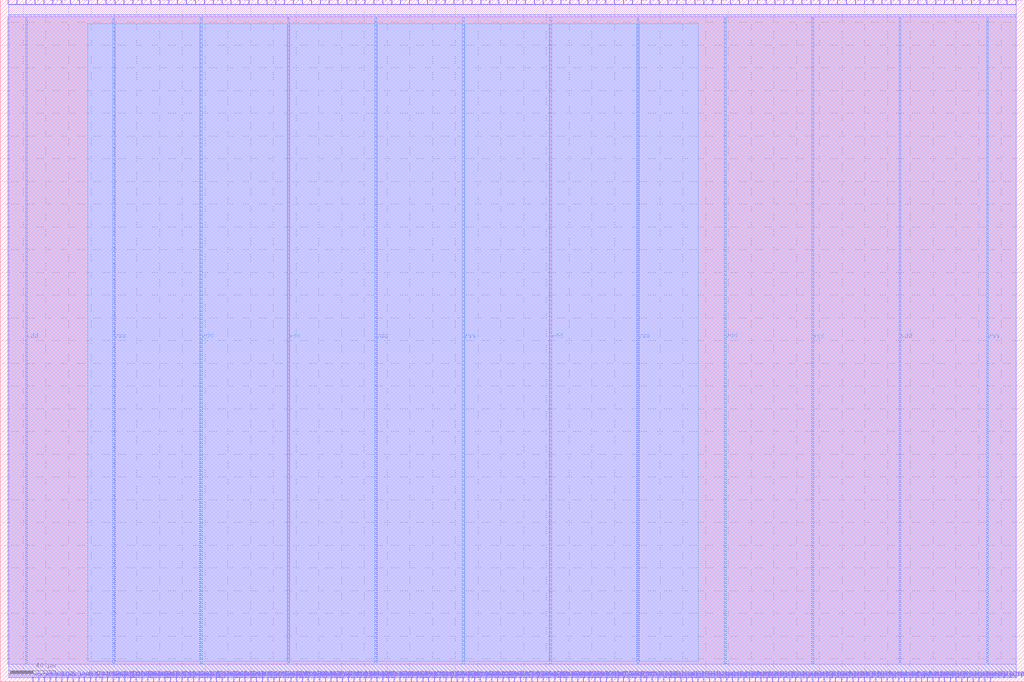
<source format=lef>
VERSION 5.7 ;
  NOWIREEXTENSIONATPIN ON ;
  DIVIDERCHAR "/" ;
  BUSBITCHARS "[]" ;
MACRO DSP48
  CLASS BLOCK ;
  FOREIGN DSP48 ;
  ORIGIN 0.000 0.000 ;
  SIZE 900.000 BY 600.000 ;
  PIN io_in[0]
    DIRECTION INPUT ;
    USE SIGNAL ;
    PORT
      LAYER Metal2 ;
        RECT 6.720 596.000 7.280 600.000 ;
    END
  END io_in[0]
  PIN io_in[10]
    DIRECTION INPUT ;
    USE SIGNAL ;
    PORT
      LAYER Metal2 ;
        RECT 241.920 596.000 242.480 600.000 ;
    END
  END io_in[10]
  PIN io_in[11]
    DIRECTION INPUT ;
    USE SIGNAL ;
    PORT
      LAYER Metal2 ;
        RECT 265.440 596.000 266.000 600.000 ;
    END
  END io_in[11]
  PIN io_in[12]
    DIRECTION INPUT ;
    USE SIGNAL ;
    PORT
      LAYER Metal2 ;
        RECT 288.960 596.000 289.520 600.000 ;
    END
  END io_in[12]
  PIN io_in[13]
    DIRECTION INPUT ;
    USE SIGNAL ;
    PORT
      LAYER Metal2 ;
        RECT 312.480 596.000 313.040 600.000 ;
    END
  END io_in[13]
  PIN io_in[14]
    DIRECTION INPUT ;
    USE SIGNAL ;
    PORT
      LAYER Metal2 ;
        RECT 336.000 596.000 336.560 600.000 ;
    END
  END io_in[14]
  PIN io_in[15]
    DIRECTION INPUT ;
    USE SIGNAL ;
    PORT
      LAYER Metal2 ;
        RECT 359.520 596.000 360.080 600.000 ;
    END
  END io_in[15]
  PIN io_in[16]
    DIRECTION INPUT ;
    USE SIGNAL ;
    PORT
      LAYER Metal2 ;
        RECT 383.040 596.000 383.600 600.000 ;
    END
  END io_in[16]
  PIN io_in[17]
    DIRECTION INPUT ;
    USE SIGNAL ;
    PORT
      LAYER Metal2 ;
        RECT 406.560 596.000 407.120 600.000 ;
    END
  END io_in[17]
  PIN io_in[18]
    DIRECTION INPUT ;
    USE SIGNAL ;
    PORT
      LAYER Metal2 ;
        RECT 430.080 596.000 430.640 600.000 ;
    END
  END io_in[18]
  PIN io_in[19]
    DIRECTION INPUT ;
    USE SIGNAL ;
    PORT
      LAYER Metal2 ;
        RECT 453.600 596.000 454.160 600.000 ;
    END
  END io_in[19]
  PIN io_in[1]
    DIRECTION INPUT ;
    USE SIGNAL ;
    PORT
      LAYER Metal2 ;
        RECT 30.240 596.000 30.800 600.000 ;
    END
  END io_in[1]
  PIN io_in[20]
    DIRECTION INPUT ;
    USE SIGNAL ;
    PORT
      LAYER Metal2 ;
        RECT 477.120 596.000 477.680 600.000 ;
    END
  END io_in[20]
  PIN io_in[21]
    DIRECTION INPUT ;
    USE SIGNAL ;
    PORT
      LAYER Metal2 ;
        RECT 500.640 596.000 501.200 600.000 ;
    END
  END io_in[21]
  PIN io_in[22]
    DIRECTION INPUT ;
    USE SIGNAL ;
    PORT
      LAYER Metal2 ;
        RECT 524.160 596.000 524.720 600.000 ;
    END
  END io_in[22]
  PIN io_in[23]
    DIRECTION INPUT ;
    USE SIGNAL ;
    PORT
      LAYER Metal2 ;
        RECT 547.680 596.000 548.240 600.000 ;
    END
  END io_in[23]
  PIN io_in[24]
    DIRECTION INPUT ;
    USE SIGNAL ;
    PORT
      LAYER Metal2 ;
        RECT 571.200 596.000 571.760 600.000 ;
    END
  END io_in[24]
  PIN io_in[25]
    DIRECTION INPUT ;
    USE SIGNAL ;
    PORT
      LAYER Metal2 ;
        RECT 594.720 596.000 595.280 600.000 ;
    END
  END io_in[25]
  PIN io_in[26]
    DIRECTION INPUT ;
    USE SIGNAL ;
    PORT
      LAYER Metal2 ;
        RECT 618.240 596.000 618.800 600.000 ;
    END
  END io_in[26]
  PIN io_in[27]
    DIRECTION INPUT ;
    USE SIGNAL ;
    PORT
      LAYER Metal2 ;
        RECT 641.760 596.000 642.320 600.000 ;
    END
  END io_in[27]
  PIN io_in[28]
    DIRECTION INPUT ;
    USE SIGNAL ;
    PORT
      LAYER Metal2 ;
        RECT 665.280 596.000 665.840 600.000 ;
    END
  END io_in[28]
  PIN io_in[29]
    DIRECTION INPUT ;
    USE SIGNAL ;
    PORT
      LAYER Metal2 ;
        RECT 688.800 596.000 689.360 600.000 ;
    END
  END io_in[29]
  PIN io_in[2]
    DIRECTION INPUT ;
    USE SIGNAL ;
    PORT
      LAYER Metal2 ;
        RECT 53.760 596.000 54.320 600.000 ;
    END
  END io_in[2]
  PIN io_in[30]
    DIRECTION INPUT ;
    USE SIGNAL ;
    PORT
      LAYER Metal2 ;
        RECT 712.320 596.000 712.880 600.000 ;
    END
  END io_in[30]
  PIN io_in[31]
    DIRECTION INPUT ;
    USE SIGNAL ;
    PORT
      LAYER Metal2 ;
        RECT 735.840 596.000 736.400 600.000 ;
    END
  END io_in[31]
  PIN io_in[32]
    DIRECTION INPUT ;
    USE SIGNAL ;
    PORT
      LAYER Metal2 ;
        RECT 759.360 596.000 759.920 600.000 ;
    END
  END io_in[32]
  PIN io_in[33]
    DIRECTION INPUT ;
    USE SIGNAL ;
    PORT
      LAYER Metal2 ;
        RECT 782.880 596.000 783.440 600.000 ;
    END
  END io_in[33]
  PIN io_in[34]
    DIRECTION INPUT ;
    USE SIGNAL ;
    PORT
      LAYER Metal2 ;
        RECT 806.400 596.000 806.960 600.000 ;
    END
  END io_in[34]
  PIN io_in[35]
    DIRECTION INPUT ;
    USE SIGNAL ;
    PORT
      LAYER Metal2 ;
        RECT 829.920 596.000 830.480 600.000 ;
    END
  END io_in[35]
  PIN io_in[36]
    DIRECTION INPUT ;
    USE SIGNAL ;
    PORT
      LAYER Metal2 ;
        RECT 853.440 596.000 854.000 600.000 ;
    END
  END io_in[36]
  PIN io_in[37]
    DIRECTION INPUT ;
    USE SIGNAL ;
    PORT
      LAYER Metal2 ;
        RECT 876.960 596.000 877.520 600.000 ;
    END
  END io_in[37]
  PIN io_in[3]
    DIRECTION INPUT ;
    USE SIGNAL ;
    PORT
      LAYER Metal2 ;
        RECT 77.280 596.000 77.840 600.000 ;
    END
  END io_in[3]
  PIN io_in[4]
    DIRECTION INPUT ;
    USE SIGNAL ;
    PORT
      LAYER Metal2 ;
        RECT 100.800 596.000 101.360 600.000 ;
    END
  END io_in[4]
  PIN io_in[5]
    DIRECTION INPUT ;
    USE SIGNAL ;
    PORT
      LAYER Metal2 ;
        RECT 124.320 596.000 124.880 600.000 ;
    END
  END io_in[5]
  PIN io_in[6]
    DIRECTION INPUT ;
    USE SIGNAL ;
    PORT
      LAYER Metal2 ;
        RECT 147.840 596.000 148.400 600.000 ;
    END
  END io_in[6]
  PIN io_in[7]
    DIRECTION INPUT ;
    USE SIGNAL ;
    PORT
      LAYER Metal2 ;
        RECT 171.360 596.000 171.920 600.000 ;
    END
  END io_in[7]
  PIN io_in[8]
    DIRECTION INPUT ;
    USE SIGNAL ;
    PORT
      LAYER Metal2 ;
        RECT 194.880 596.000 195.440 600.000 ;
    END
  END io_in[8]
  PIN io_in[9]
    DIRECTION INPUT ;
    USE SIGNAL ;
    PORT
      LAYER Metal2 ;
        RECT 218.400 596.000 218.960 600.000 ;
    END
  END io_in[9]
  PIN io_oeb[0]
    DIRECTION OUTPUT TRISTATE ;
    USE SIGNAL ;
    PORT
      LAYER Metal2 ;
        RECT 14.560 596.000 15.120 600.000 ;
    END
  END io_oeb[0]
  PIN io_oeb[10]
    DIRECTION OUTPUT TRISTATE ;
    USE SIGNAL ;
    PORT
      LAYER Metal2 ;
        RECT 249.760 596.000 250.320 600.000 ;
    END
  END io_oeb[10]
  PIN io_oeb[11]
    DIRECTION OUTPUT TRISTATE ;
    USE SIGNAL ;
    PORT
      LAYER Metal2 ;
        RECT 273.280 596.000 273.840 600.000 ;
    END
  END io_oeb[11]
  PIN io_oeb[12]
    DIRECTION OUTPUT TRISTATE ;
    USE SIGNAL ;
    PORT
      LAYER Metal2 ;
        RECT 296.800 596.000 297.360 600.000 ;
    END
  END io_oeb[12]
  PIN io_oeb[13]
    DIRECTION OUTPUT TRISTATE ;
    USE SIGNAL ;
    PORT
      LAYER Metal2 ;
        RECT 320.320 596.000 320.880 600.000 ;
    END
  END io_oeb[13]
  PIN io_oeb[14]
    DIRECTION OUTPUT TRISTATE ;
    USE SIGNAL ;
    PORT
      LAYER Metal2 ;
        RECT 343.840 596.000 344.400 600.000 ;
    END
  END io_oeb[14]
  PIN io_oeb[15]
    DIRECTION OUTPUT TRISTATE ;
    USE SIGNAL ;
    PORT
      LAYER Metal2 ;
        RECT 367.360 596.000 367.920 600.000 ;
    END
  END io_oeb[15]
  PIN io_oeb[16]
    DIRECTION OUTPUT TRISTATE ;
    USE SIGNAL ;
    PORT
      LAYER Metal2 ;
        RECT 390.880 596.000 391.440 600.000 ;
    END
  END io_oeb[16]
  PIN io_oeb[17]
    DIRECTION OUTPUT TRISTATE ;
    USE SIGNAL ;
    PORT
      LAYER Metal2 ;
        RECT 414.400 596.000 414.960 600.000 ;
    END
  END io_oeb[17]
  PIN io_oeb[18]
    DIRECTION OUTPUT TRISTATE ;
    USE SIGNAL ;
    PORT
      LAYER Metal2 ;
        RECT 437.920 596.000 438.480 600.000 ;
    END
  END io_oeb[18]
  PIN io_oeb[19]
    DIRECTION OUTPUT TRISTATE ;
    USE SIGNAL ;
    PORT
      LAYER Metal2 ;
        RECT 461.440 596.000 462.000 600.000 ;
    END
  END io_oeb[19]
  PIN io_oeb[1]
    DIRECTION OUTPUT TRISTATE ;
    USE SIGNAL ;
    PORT
      LAYER Metal2 ;
        RECT 38.080 596.000 38.640 600.000 ;
    END
  END io_oeb[1]
  PIN io_oeb[20]
    DIRECTION OUTPUT TRISTATE ;
    USE SIGNAL ;
    PORT
      LAYER Metal2 ;
        RECT 484.960 596.000 485.520 600.000 ;
    END
  END io_oeb[20]
  PIN io_oeb[21]
    DIRECTION OUTPUT TRISTATE ;
    USE SIGNAL ;
    PORT
      LAYER Metal2 ;
        RECT 508.480 596.000 509.040 600.000 ;
    END
  END io_oeb[21]
  PIN io_oeb[22]
    DIRECTION OUTPUT TRISTATE ;
    USE SIGNAL ;
    PORT
      LAYER Metal2 ;
        RECT 532.000 596.000 532.560 600.000 ;
    END
  END io_oeb[22]
  PIN io_oeb[23]
    DIRECTION OUTPUT TRISTATE ;
    USE SIGNAL ;
    PORT
      LAYER Metal2 ;
        RECT 555.520 596.000 556.080 600.000 ;
    END
  END io_oeb[23]
  PIN io_oeb[24]
    DIRECTION OUTPUT TRISTATE ;
    USE SIGNAL ;
    PORT
      LAYER Metal2 ;
        RECT 579.040 596.000 579.600 600.000 ;
    END
  END io_oeb[24]
  PIN io_oeb[25]
    DIRECTION OUTPUT TRISTATE ;
    USE SIGNAL ;
    PORT
      LAYER Metal2 ;
        RECT 602.560 596.000 603.120 600.000 ;
    END
  END io_oeb[25]
  PIN io_oeb[26]
    DIRECTION OUTPUT TRISTATE ;
    USE SIGNAL ;
    PORT
      LAYER Metal2 ;
        RECT 626.080 596.000 626.640 600.000 ;
    END
  END io_oeb[26]
  PIN io_oeb[27]
    DIRECTION OUTPUT TRISTATE ;
    USE SIGNAL ;
    PORT
      LAYER Metal2 ;
        RECT 649.600 596.000 650.160 600.000 ;
    END
  END io_oeb[27]
  PIN io_oeb[28]
    DIRECTION OUTPUT TRISTATE ;
    USE SIGNAL ;
    PORT
      LAYER Metal2 ;
        RECT 673.120 596.000 673.680 600.000 ;
    END
  END io_oeb[28]
  PIN io_oeb[29]
    DIRECTION OUTPUT TRISTATE ;
    USE SIGNAL ;
    PORT
      LAYER Metal2 ;
        RECT 696.640 596.000 697.200 600.000 ;
    END
  END io_oeb[29]
  PIN io_oeb[2]
    DIRECTION OUTPUT TRISTATE ;
    USE SIGNAL ;
    PORT
      LAYER Metal2 ;
        RECT 61.600 596.000 62.160 600.000 ;
    END
  END io_oeb[2]
  PIN io_oeb[30]
    DIRECTION OUTPUT TRISTATE ;
    USE SIGNAL ;
    PORT
      LAYER Metal2 ;
        RECT 720.160 596.000 720.720 600.000 ;
    END
  END io_oeb[30]
  PIN io_oeb[31]
    DIRECTION OUTPUT TRISTATE ;
    USE SIGNAL ;
    PORT
      LAYER Metal2 ;
        RECT 743.680 596.000 744.240 600.000 ;
    END
  END io_oeb[31]
  PIN io_oeb[32]
    DIRECTION OUTPUT TRISTATE ;
    USE SIGNAL ;
    PORT
      LAYER Metal2 ;
        RECT 767.200 596.000 767.760 600.000 ;
    END
  END io_oeb[32]
  PIN io_oeb[33]
    DIRECTION OUTPUT TRISTATE ;
    USE SIGNAL ;
    PORT
      LAYER Metal2 ;
        RECT 790.720 596.000 791.280 600.000 ;
    END
  END io_oeb[33]
  PIN io_oeb[34]
    DIRECTION OUTPUT TRISTATE ;
    USE SIGNAL ;
    PORT
      LAYER Metal2 ;
        RECT 814.240 596.000 814.800 600.000 ;
    END
  END io_oeb[34]
  PIN io_oeb[35]
    DIRECTION OUTPUT TRISTATE ;
    USE SIGNAL ;
    PORT
      LAYER Metal2 ;
        RECT 837.760 596.000 838.320 600.000 ;
    END
  END io_oeb[35]
  PIN io_oeb[36]
    DIRECTION OUTPUT TRISTATE ;
    USE SIGNAL ;
    PORT
      LAYER Metal2 ;
        RECT 861.280 596.000 861.840 600.000 ;
    END
  END io_oeb[36]
  PIN io_oeb[37]
    DIRECTION OUTPUT TRISTATE ;
    USE SIGNAL ;
    PORT
      LAYER Metal2 ;
        RECT 884.800 596.000 885.360 600.000 ;
    END
  END io_oeb[37]
  PIN io_oeb[3]
    DIRECTION OUTPUT TRISTATE ;
    USE SIGNAL ;
    PORT
      LAYER Metal2 ;
        RECT 85.120 596.000 85.680 600.000 ;
    END
  END io_oeb[3]
  PIN io_oeb[4]
    DIRECTION OUTPUT TRISTATE ;
    USE SIGNAL ;
    PORT
      LAYER Metal2 ;
        RECT 108.640 596.000 109.200 600.000 ;
    END
  END io_oeb[4]
  PIN io_oeb[5]
    DIRECTION OUTPUT TRISTATE ;
    USE SIGNAL ;
    PORT
      LAYER Metal2 ;
        RECT 132.160 596.000 132.720 600.000 ;
    END
  END io_oeb[5]
  PIN io_oeb[6]
    DIRECTION OUTPUT TRISTATE ;
    USE SIGNAL ;
    PORT
      LAYER Metal2 ;
        RECT 155.680 596.000 156.240 600.000 ;
    END
  END io_oeb[6]
  PIN io_oeb[7]
    DIRECTION OUTPUT TRISTATE ;
    USE SIGNAL ;
    PORT
      LAYER Metal2 ;
        RECT 179.200 596.000 179.760 600.000 ;
    END
  END io_oeb[7]
  PIN io_oeb[8]
    DIRECTION OUTPUT TRISTATE ;
    USE SIGNAL ;
    PORT
      LAYER Metal2 ;
        RECT 202.720 596.000 203.280 600.000 ;
    END
  END io_oeb[8]
  PIN io_oeb[9]
    DIRECTION OUTPUT TRISTATE ;
    USE SIGNAL ;
    PORT
      LAYER Metal2 ;
        RECT 226.240 596.000 226.800 600.000 ;
    END
  END io_oeb[9]
  PIN io_out[0]
    DIRECTION OUTPUT TRISTATE ;
    USE SIGNAL ;
    PORT
      LAYER Metal2 ;
        RECT 22.400 596.000 22.960 600.000 ;
    END
  END io_out[0]
  PIN io_out[10]
    DIRECTION OUTPUT TRISTATE ;
    USE SIGNAL ;
    PORT
      LAYER Metal2 ;
        RECT 257.600 596.000 258.160 600.000 ;
    END
  END io_out[10]
  PIN io_out[11]
    DIRECTION OUTPUT TRISTATE ;
    USE SIGNAL ;
    PORT
      LAYER Metal2 ;
        RECT 281.120 596.000 281.680 600.000 ;
    END
  END io_out[11]
  PIN io_out[12]
    DIRECTION OUTPUT TRISTATE ;
    USE SIGNAL ;
    PORT
      LAYER Metal2 ;
        RECT 304.640 596.000 305.200 600.000 ;
    END
  END io_out[12]
  PIN io_out[13]
    DIRECTION OUTPUT TRISTATE ;
    USE SIGNAL ;
    PORT
      LAYER Metal2 ;
        RECT 328.160 596.000 328.720 600.000 ;
    END
  END io_out[13]
  PIN io_out[14]
    DIRECTION OUTPUT TRISTATE ;
    USE SIGNAL ;
    PORT
      LAYER Metal2 ;
        RECT 351.680 596.000 352.240 600.000 ;
    END
  END io_out[14]
  PIN io_out[15]
    DIRECTION OUTPUT TRISTATE ;
    USE SIGNAL ;
    PORT
      LAYER Metal2 ;
        RECT 375.200 596.000 375.760 600.000 ;
    END
  END io_out[15]
  PIN io_out[16]
    DIRECTION OUTPUT TRISTATE ;
    USE SIGNAL ;
    PORT
      LAYER Metal2 ;
        RECT 398.720 596.000 399.280 600.000 ;
    END
  END io_out[16]
  PIN io_out[17]
    DIRECTION OUTPUT TRISTATE ;
    USE SIGNAL ;
    PORT
      LAYER Metal2 ;
        RECT 422.240 596.000 422.800 600.000 ;
    END
  END io_out[17]
  PIN io_out[18]
    DIRECTION OUTPUT TRISTATE ;
    USE SIGNAL ;
    PORT
      LAYER Metal2 ;
        RECT 445.760 596.000 446.320 600.000 ;
    END
  END io_out[18]
  PIN io_out[19]
    DIRECTION OUTPUT TRISTATE ;
    USE SIGNAL ;
    PORT
      LAYER Metal2 ;
        RECT 469.280 596.000 469.840 600.000 ;
    END
  END io_out[19]
  PIN io_out[1]
    DIRECTION OUTPUT TRISTATE ;
    USE SIGNAL ;
    PORT
      LAYER Metal2 ;
        RECT 45.920 596.000 46.480 600.000 ;
    END
  END io_out[1]
  PIN io_out[20]
    DIRECTION OUTPUT TRISTATE ;
    USE SIGNAL ;
    PORT
      LAYER Metal2 ;
        RECT 492.800 596.000 493.360 600.000 ;
    END
  END io_out[20]
  PIN io_out[21]
    DIRECTION OUTPUT TRISTATE ;
    USE SIGNAL ;
    PORT
      LAYER Metal2 ;
        RECT 516.320 596.000 516.880 600.000 ;
    END
  END io_out[21]
  PIN io_out[22]
    DIRECTION OUTPUT TRISTATE ;
    USE SIGNAL ;
    PORT
      LAYER Metal2 ;
        RECT 539.840 596.000 540.400 600.000 ;
    END
  END io_out[22]
  PIN io_out[23]
    DIRECTION OUTPUT TRISTATE ;
    USE SIGNAL ;
    PORT
      LAYER Metal2 ;
        RECT 563.360 596.000 563.920 600.000 ;
    END
  END io_out[23]
  PIN io_out[24]
    DIRECTION OUTPUT TRISTATE ;
    USE SIGNAL ;
    PORT
      LAYER Metal2 ;
        RECT 586.880 596.000 587.440 600.000 ;
    END
  END io_out[24]
  PIN io_out[25]
    DIRECTION OUTPUT TRISTATE ;
    USE SIGNAL ;
    PORT
      LAYER Metal2 ;
        RECT 610.400 596.000 610.960 600.000 ;
    END
  END io_out[25]
  PIN io_out[26]
    DIRECTION OUTPUT TRISTATE ;
    USE SIGNAL ;
    PORT
      LAYER Metal2 ;
        RECT 633.920 596.000 634.480 600.000 ;
    END
  END io_out[26]
  PIN io_out[27]
    DIRECTION OUTPUT TRISTATE ;
    USE SIGNAL ;
    PORT
      LAYER Metal2 ;
        RECT 657.440 596.000 658.000 600.000 ;
    END
  END io_out[27]
  PIN io_out[28]
    DIRECTION OUTPUT TRISTATE ;
    USE SIGNAL ;
    PORT
      LAYER Metal2 ;
        RECT 680.960 596.000 681.520 600.000 ;
    END
  END io_out[28]
  PIN io_out[29]
    DIRECTION OUTPUT TRISTATE ;
    USE SIGNAL ;
    PORT
      LAYER Metal2 ;
        RECT 704.480 596.000 705.040 600.000 ;
    END
  END io_out[29]
  PIN io_out[2]
    DIRECTION OUTPUT TRISTATE ;
    USE SIGNAL ;
    PORT
      LAYER Metal2 ;
        RECT 69.440 596.000 70.000 600.000 ;
    END
  END io_out[2]
  PIN io_out[30]
    DIRECTION OUTPUT TRISTATE ;
    USE SIGNAL ;
    PORT
      LAYER Metal2 ;
        RECT 728.000 596.000 728.560 600.000 ;
    END
  END io_out[30]
  PIN io_out[31]
    DIRECTION OUTPUT TRISTATE ;
    USE SIGNAL ;
    PORT
      LAYER Metal2 ;
        RECT 751.520 596.000 752.080 600.000 ;
    END
  END io_out[31]
  PIN io_out[32]
    DIRECTION OUTPUT TRISTATE ;
    USE SIGNAL ;
    PORT
      LAYER Metal2 ;
        RECT 775.040 596.000 775.600 600.000 ;
    END
  END io_out[32]
  PIN io_out[33]
    DIRECTION OUTPUT TRISTATE ;
    USE SIGNAL ;
    PORT
      LAYER Metal2 ;
        RECT 798.560 596.000 799.120 600.000 ;
    END
  END io_out[33]
  PIN io_out[34]
    DIRECTION OUTPUT TRISTATE ;
    USE SIGNAL ;
    PORT
      LAYER Metal2 ;
        RECT 822.080 596.000 822.640 600.000 ;
    END
  END io_out[34]
  PIN io_out[35]
    DIRECTION OUTPUT TRISTATE ;
    USE SIGNAL ;
    PORT
      LAYER Metal2 ;
        RECT 845.600 596.000 846.160 600.000 ;
    END
  END io_out[35]
  PIN io_out[36]
    DIRECTION OUTPUT TRISTATE ;
    USE SIGNAL ;
    PORT
      LAYER Metal2 ;
        RECT 869.120 596.000 869.680 600.000 ;
    END
  END io_out[36]
  PIN io_out[37]
    DIRECTION OUTPUT TRISTATE ;
    USE SIGNAL ;
    PORT
      LAYER Metal2 ;
        RECT 892.640 596.000 893.200 600.000 ;
    END
  END io_out[37]
  PIN io_out[3]
    DIRECTION OUTPUT TRISTATE ;
    USE SIGNAL ;
    PORT
      LAYER Metal2 ;
        RECT 92.960 596.000 93.520 600.000 ;
    END
  END io_out[3]
  PIN io_out[4]
    DIRECTION OUTPUT TRISTATE ;
    USE SIGNAL ;
    PORT
      LAYER Metal2 ;
        RECT 116.480 596.000 117.040 600.000 ;
    END
  END io_out[4]
  PIN io_out[5]
    DIRECTION OUTPUT TRISTATE ;
    USE SIGNAL ;
    PORT
      LAYER Metal2 ;
        RECT 140.000 596.000 140.560 600.000 ;
    END
  END io_out[5]
  PIN io_out[6]
    DIRECTION OUTPUT TRISTATE ;
    USE SIGNAL ;
    PORT
      LAYER Metal2 ;
        RECT 163.520 596.000 164.080 600.000 ;
    END
  END io_out[6]
  PIN io_out[7]
    DIRECTION OUTPUT TRISTATE ;
    USE SIGNAL ;
    PORT
      LAYER Metal2 ;
        RECT 187.040 596.000 187.600 600.000 ;
    END
  END io_out[7]
  PIN io_out[8]
    DIRECTION OUTPUT TRISTATE ;
    USE SIGNAL ;
    PORT
      LAYER Metal2 ;
        RECT 210.560 596.000 211.120 600.000 ;
    END
  END io_out[8]
  PIN io_out[9]
    DIRECTION OUTPUT TRISTATE ;
    USE SIGNAL ;
    PORT
      LAYER Metal2 ;
        RECT 234.080 596.000 234.640 600.000 ;
    END
  END io_out[9]
  PIN la_data_in[0]
    DIRECTION INPUT ;
    USE SIGNAL ;
    PORT
      LAYER Metal2 ;
        RECT 547.680 0.000 548.240 4.000 ;
    END
  END la_data_in[0]
  PIN la_data_in[10]
    DIRECTION INPUT ;
    USE SIGNAL ;
    PORT
      LAYER Metal2 ;
        RECT 598.080 0.000 598.640 4.000 ;
    END
  END la_data_in[10]
  PIN la_data_in[11]
    DIRECTION INPUT ;
    USE SIGNAL ;
    PORT
      LAYER Metal2 ;
        RECT 603.120 0.000 603.680 4.000 ;
    END
  END la_data_in[11]
  PIN la_data_in[12]
    DIRECTION INPUT ;
    USE SIGNAL ;
    PORT
      LAYER Metal2 ;
        RECT 608.160 0.000 608.720 4.000 ;
    END
  END la_data_in[12]
  PIN la_data_in[13]
    DIRECTION INPUT ;
    USE SIGNAL ;
    PORT
      LAYER Metal2 ;
        RECT 613.200 0.000 613.760 4.000 ;
    END
  END la_data_in[13]
  PIN la_data_in[14]
    DIRECTION INPUT ;
    USE SIGNAL ;
    PORT
      LAYER Metal2 ;
        RECT 618.240 0.000 618.800 4.000 ;
    END
  END la_data_in[14]
  PIN la_data_in[15]
    DIRECTION INPUT ;
    USE SIGNAL ;
    PORT
      LAYER Metal2 ;
        RECT 623.280 0.000 623.840 4.000 ;
    END
  END la_data_in[15]
  PIN la_data_in[16]
    DIRECTION INPUT ;
    USE SIGNAL ;
    PORT
      LAYER Metal2 ;
        RECT 628.320 0.000 628.880 4.000 ;
    END
  END la_data_in[16]
  PIN la_data_in[17]
    DIRECTION INPUT ;
    USE SIGNAL ;
    PORT
      LAYER Metal2 ;
        RECT 633.360 0.000 633.920 4.000 ;
    END
  END la_data_in[17]
  PIN la_data_in[18]
    DIRECTION INPUT ;
    USE SIGNAL ;
    PORT
      LAYER Metal2 ;
        RECT 638.400 0.000 638.960 4.000 ;
    END
  END la_data_in[18]
  PIN la_data_in[19]
    DIRECTION INPUT ;
    USE SIGNAL ;
    PORT
      LAYER Metal2 ;
        RECT 643.440 0.000 644.000 4.000 ;
    END
  END la_data_in[19]
  PIN la_data_in[1]
    DIRECTION INPUT ;
    USE SIGNAL ;
    PORT
      LAYER Metal2 ;
        RECT 552.720 0.000 553.280 4.000 ;
    END
  END la_data_in[1]
  PIN la_data_in[20]
    DIRECTION INPUT ;
    USE SIGNAL ;
    PORT
      LAYER Metal2 ;
        RECT 648.480 0.000 649.040 4.000 ;
    END
  END la_data_in[20]
  PIN la_data_in[21]
    DIRECTION INPUT ;
    USE SIGNAL ;
    PORT
      LAYER Metal2 ;
        RECT 653.520 0.000 654.080 4.000 ;
    END
  END la_data_in[21]
  PIN la_data_in[22]
    DIRECTION INPUT ;
    USE SIGNAL ;
    PORT
      LAYER Metal2 ;
        RECT 658.560 0.000 659.120 4.000 ;
    END
  END la_data_in[22]
  PIN la_data_in[23]
    DIRECTION INPUT ;
    USE SIGNAL ;
    PORT
      LAYER Metal2 ;
        RECT 663.600 0.000 664.160 4.000 ;
    END
  END la_data_in[23]
  PIN la_data_in[24]
    DIRECTION INPUT ;
    USE SIGNAL ;
    PORT
      LAYER Metal2 ;
        RECT 668.640 0.000 669.200 4.000 ;
    END
  END la_data_in[24]
  PIN la_data_in[25]
    DIRECTION INPUT ;
    USE SIGNAL ;
    PORT
      LAYER Metal2 ;
        RECT 673.680 0.000 674.240 4.000 ;
    END
  END la_data_in[25]
  PIN la_data_in[26]
    DIRECTION INPUT ;
    USE SIGNAL ;
    PORT
      LAYER Metal2 ;
        RECT 678.720 0.000 679.280 4.000 ;
    END
  END la_data_in[26]
  PIN la_data_in[27]
    DIRECTION INPUT ;
    USE SIGNAL ;
    PORT
      LAYER Metal2 ;
        RECT 683.760 0.000 684.320 4.000 ;
    END
  END la_data_in[27]
  PIN la_data_in[28]
    DIRECTION INPUT ;
    USE SIGNAL ;
    PORT
      LAYER Metal2 ;
        RECT 688.800 0.000 689.360 4.000 ;
    END
  END la_data_in[28]
  PIN la_data_in[29]
    DIRECTION INPUT ;
    USE SIGNAL ;
    PORT
      LAYER Metal2 ;
        RECT 693.840 0.000 694.400 4.000 ;
    END
  END la_data_in[29]
  PIN la_data_in[2]
    DIRECTION INPUT ;
    USE SIGNAL ;
    PORT
      LAYER Metal2 ;
        RECT 557.760 0.000 558.320 4.000 ;
    END
  END la_data_in[2]
  PIN la_data_in[30]
    DIRECTION INPUT ;
    USE SIGNAL ;
    PORT
      LAYER Metal2 ;
        RECT 698.880 0.000 699.440 4.000 ;
    END
  END la_data_in[30]
  PIN la_data_in[31]
    DIRECTION INPUT ;
    USE SIGNAL ;
    PORT
      LAYER Metal2 ;
        RECT 703.920 0.000 704.480 4.000 ;
    END
  END la_data_in[31]
  PIN la_data_in[32]
    DIRECTION INPUT ;
    USE SIGNAL ;
    PORT
      LAYER Metal2 ;
        RECT 708.960 0.000 709.520 4.000 ;
    END
  END la_data_in[32]
  PIN la_data_in[33]
    DIRECTION INPUT ;
    USE SIGNAL ;
    PORT
      LAYER Metal2 ;
        RECT 714.000 0.000 714.560 4.000 ;
    END
  END la_data_in[33]
  PIN la_data_in[34]
    DIRECTION INPUT ;
    USE SIGNAL ;
    PORT
      LAYER Metal2 ;
        RECT 719.040 0.000 719.600 4.000 ;
    END
  END la_data_in[34]
  PIN la_data_in[35]
    DIRECTION INPUT ;
    USE SIGNAL ;
    PORT
      LAYER Metal2 ;
        RECT 724.080 0.000 724.640 4.000 ;
    END
  END la_data_in[35]
  PIN la_data_in[36]
    DIRECTION INPUT ;
    USE SIGNAL ;
    PORT
      LAYER Metal2 ;
        RECT 729.120 0.000 729.680 4.000 ;
    END
  END la_data_in[36]
  PIN la_data_in[37]
    DIRECTION INPUT ;
    USE SIGNAL ;
    PORT
      LAYER Metal2 ;
        RECT 734.160 0.000 734.720 4.000 ;
    END
  END la_data_in[37]
  PIN la_data_in[38]
    DIRECTION INPUT ;
    USE SIGNAL ;
    PORT
      LAYER Metal2 ;
        RECT 739.200 0.000 739.760 4.000 ;
    END
  END la_data_in[38]
  PIN la_data_in[39]
    DIRECTION INPUT ;
    USE SIGNAL ;
    PORT
      LAYER Metal2 ;
        RECT 744.240 0.000 744.800 4.000 ;
    END
  END la_data_in[39]
  PIN la_data_in[3]
    DIRECTION INPUT ;
    USE SIGNAL ;
    PORT
      LAYER Metal2 ;
        RECT 562.800 0.000 563.360 4.000 ;
    END
  END la_data_in[3]
  PIN la_data_in[40]
    DIRECTION INPUT ;
    USE SIGNAL ;
    PORT
      LAYER Metal2 ;
        RECT 749.280 0.000 749.840 4.000 ;
    END
  END la_data_in[40]
  PIN la_data_in[41]
    DIRECTION INPUT ;
    USE SIGNAL ;
    PORT
      LAYER Metal2 ;
        RECT 754.320 0.000 754.880 4.000 ;
    END
  END la_data_in[41]
  PIN la_data_in[42]
    DIRECTION INPUT ;
    USE SIGNAL ;
    PORT
      LAYER Metal2 ;
        RECT 759.360 0.000 759.920 4.000 ;
    END
  END la_data_in[42]
  PIN la_data_in[43]
    DIRECTION INPUT ;
    USE SIGNAL ;
    PORT
      LAYER Metal2 ;
        RECT 764.400 0.000 764.960 4.000 ;
    END
  END la_data_in[43]
  PIN la_data_in[44]
    DIRECTION INPUT ;
    USE SIGNAL ;
    PORT
      LAYER Metal2 ;
        RECT 769.440 0.000 770.000 4.000 ;
    END
  END la_data_in[44]
  PIN la_data_in[45]
    DIRECTION INPUT ;
    USE SIGNAL ;
    PORT
      LAYER Metal2 ;
        RECT 774.480 0.000 775.040 4.000 ;
    END
  END la_data_in[45]
  PIN la_data_in[46]
    DIRECTION INPUT ;
    USE SIGNAL ;
    PORT
      LAYER Metal2 ;
        RECT 779.520 0.000 780.080 4.000 ;
    END
  END la_data_in[46]
  PIN la_data_in[47]
    DIRECTION INPUT ;
    USE SIGNAL ;
    PORT
      LAYER Metal2 ;
        RECT 784.560 0.000 785.120 4.000 ;
    END
  END la_data_in[47]
  PIN la_data_in[48]
    DIRECTION INPUT ;
    USE SIGNAL ;
    PORT
      LAYER Metal2 ;
        RECT 789.600 0.000 790.160 4.000 ;
    END
  END la_data_in[48]
  PIN la_data_in[49]
    DIRECTION INPUT ;
    USE SIGNAL ;
    PORT
      LAYER Metal2 ;
        RECT 794.640 0.000 795.200 4.000 ;
    END
  END la_data_in[49]
  PIN la_data_in[4]
    DIRECTION INPUT ;
    USE SIGNAL ;
    PORT
      LAYER Metal2 ;
        RECT 567.840 0.000 568.400 4.000 ;
    END
  END la_data_in[4]
  PIN la_data_in[50]
    DIRECTION INPUT ;
    USE SIGNAL ;
    PORT
      LAYER Metal2 ;
        RECT 799.680 0.000 800.240 4.000 ;
    END
  END la_data_in[50]
  PIN la_data_in[51]
    DIRECTION INPUT ;
    USE SIGNAL ;
    PORT
      LAYER Metal2 ;
        RECT 804.720 0.000 805.280 4.000 ;
    END
  END la_data_in[51]
  PIN la_data_in[52]
    DIRECTION INPUT ;
    USE SIGNAL ;
    PORT
      LAYER Metal2 ;
        RECT 809.760 0.000 810.320 4.000 ;
    END
  END la_data_in[52]
  PIN la_data_in[53]
    DIRECTION INPUT ;
    USE SIGNAL ;
    PORT
      LAYER Metal2 ;
        RECT 814.800 0.000 815.360 4.000 ;
    END
  END la_data_in[53]
  PIN la_data_in[54]
    DIRECTION INPUT ;
    USE SIGNAL ;
    PORT
      LAYER Metal2 ;
        RECT 819.840 0.000 820.400 4.000 ;
    END
  END la_data_in[54]
  PIN la_data_in[55]
    DIRECTION INPUT ;
    USE SIGNAL ;
    PORT
      LAYER Metal2 ;
        RECT 824.880 0.000 825.440 4.000 ;
    END
  END la_data_in[55]
  PIN la_data_in[56]
    DIRECTION INPUT ;
    USE SIGNAL ;
    PORT
      LAYER Metal2 ;
        RECT 829.920 0.000 830.480 4.000 ;
    END
  END la_data_in[56]
  PIN la_data_in[57]
    DIRECTION INPUT ;
    USE SIGNAL ;
    PORT
      LAYER Metal2 ;
        RECT 834.960 0.000 835.520 4.000 ;
    END
  END la_data_in[57]
  PIN la_data_in[58]
    DIRECTION INPUT ;
    USE SIGNAL ;
    PORT
      LAYER Metal2 ;
        RECT 840.000 0.000 840.560 4.000 ;
    END
  END la_data_in[58]
  PIN la_data_in[59]
    DIRECTION INPUT ;
    USE SIGNAL ;
    PORT
      LAYER Metal2 ;
        RECT 845.040 0.000 845.600 4.000 ;
    END
  END la_data_in[59]
  PIN la_data_in[5]
    DIRECTION INPUT ;
    USE SIGNAL ;
    PORT
      LAYER Metal2 ;
        RECT 572.880 0.000 573.440 4.000 ;
    END
  END la_data_in[5]
  PIN la_data_in[60]
    DIRECTION INPUT ;
    USE SIGNAL ;
    PORT
      LAYER Metal2 ;
        RECT 850.080 0.000 850.640 4.000 ;
    END
  END la_data_in[60]
  PIN la_data_in[61]
    DIRECTION INPUT ;
    USE SIGNAL ;
    PORT
      LAYER Metal2 ;
        RECT 855.120 0.000 855.680 4.000 ;
    END
  END la_data_in[61]
  PIN la_data_in[62]
    DIRECTION INPUT ;
    USE SIGNAL ;
    PORT
      LAYER Metal2 ;
        RECT 860.160 0.000 860.720 4.000 ;
    END
  END la_data_in[62]
  PIN la_data_in[63]
    DIRECTION INPUT ;
    USE SIGNAL ;
    PORT
      LAYER Metal2 ;
        RECT 865.200 0.000 865.760 4.000 ;
    END
  END la_data_in[63]
  PIN la_data_in[6]
    DIRECTION INPUT ;
    USE SIGNAL ;
    PORT
      LAYER Metal2 ;
        RECT 577.920 0.000 578.480 4.000 ;
    END
  END la_data_in[6]
  PIN la_data_in[7]
    DIRECTION INPUT ;
    USE SIGNAL ;
    PORT
      LAYER Metal2 ;
        RECT 582.960 0.000 583.520 4.000 ;
    END
  END la_data_in[7]
  PIN la_data_in[8]
    DIRECTION INPUT ;
    USE SIGNAL ;
    PORT
      LAYER Metal2 ;
        RECT 588.000 0.000 588.560 4.000 ;
    END
  END la_data_in[8]
  PIN la_data_in[9]
    DIRECTION INPUT ;
    USE SIGNAL ;
    PORT
      LAYER Metal2 ;
        RECT 593.040 0.000 593.600 4.000 ;
    END
  END la_data_in[9]
  PIN user_clock2
    DIRECTION INPUT ;
    USE SIGNAL ;
    PORT
      LAYER Metal2 ;
        RECT 870.240 0.000 870.800 4.000 ;
    END
  END user_clock2
  PIN vdd
    DIRECTION INOUT ;
    USE POWER ;
    PORT
      LAYER Metal4 ;
        RECT 22.240 15.380 23.840 584.380 ;
    END
    PORT
      LAYER Metal4 ;
        RECT 175.840 15.380 177.440 584.380 ;
    END
    PORT
      LAYER Metal4 ;
        RECT 329.440 15.380 331.040 584.380 ;
    END
    PORT
      LAYER Metal4 ;
        RECT 483.040 15.380 484.640 584.380 ;
    END
    PORT
      LAYER Metal4 ;
        RECT 636.640 15.380 638.240 584.380 ;
    END
    PORT
      LAYER Metal4 ;
        RECT 790.240 15.380 791.840 584.380 ;
    END
  END vdd
  PIN vss
    DIRECTION INOUT ;
    USE GROUND ;
    PORT
      LAYER Metal4 ;
        RECT 99.040 15.380 100.640 584.380 ;
    END
    PORT
      LAYER Metal4 ;
        RECT 252.640 15.380 254.240 584.380 ;
    END
    PORT
      LAYER Metal4 ;
        RECT 406.240 15.380 407.840 584.380 ;
    END
    PORT
      LAYER Metal4 ;
        RECT 559.840 15.380 561.440 584.380 ;
    END
    PORT
      LAYER Metal4 ;
        RECT 713.440 15.380 715.040 584.380 ;
    END
    PORT
      LAYER Metal4 ;
        RECT 867.040 15.380 868.640 584.380 ;
    END
  END vss
  PIN wb_ACK
    DIRECTION OUTPUT TRISTATE ;
    USE SIGNAL ;
    PORT
      LAYER Metal2 ;
        RECT 28.560 0.000 29.120 4.000 ;
    END
  END wb_ACK
  PIN wb_ADR[0]
    DIRECTION INPUT ;
    USE SIGNAL ;
    PORT
      LAYER Metal2 ;
        RECT 63.840 0.000 64.400 4.000 ;
    END
  END wb_ADR[0]
  PIN wb_ADR[10]
    DIRECTION INPUT ;
    USE SIGNAL ;
    PORT
      LAYER Metal2 ;
        RECT 215.040 0.000 215.600 4.000 ;
    END
  END wb_ADR[10]
  PIN wb_ADR[11]
    DIRECTION INPUT ;
    USE SIGNAL ;
    PORT
      LAYER Metal2 ;
        RECT 230.160 0.000 230.720 4.000 ;
    END
  END wb_ADR[11]
  PIN wb_ADR[12]
    DIRECTION INPUT ;
    USE SIGNAL ;
    PORT
      LAYER Metal2 ;
        RECT 245.280 0.000 245.840 4.000 ;
    END
  END wb_ADR[12]
  PIN wb_ADR[13]
    DIRECTION INPUT ;
    USE SIGNAL ;
    PORT
      LAYER Metal2 ;
        RECT 260.400 0.000 260.960 4.000 ;
    END
  END wb_ADR[13]
  PIN wb_ADR[14]
    DIRECTION INPUT ;
    USE SIGNAL ;
    PORT
      LAYER Metal2 ;
        RECT 275.520 0.000 276.080 4.000 ;
    END
  END wb_ADR[14]
  PIN wb_ADR[15]
    DIRECTION INPUT ;
    USE SIGNAL ;
    PORT
      LAYER Metal2 ;
        RECT 290.640 0.000 291.200 4.000 ;
    END
  END wb_ADR[15]
  PIN wb_ADR[16]
    DIRECTION INPUT ;
    USE SIGNAL ;
    PORT
      LAYER Metal2 ;
        RECT 305.760 0.000 306.320 4.000 ;
    END
  END wb_ADR[16]
  PIN wb_ADR[17]
    DIRECTION INPUT ;
    USE SIGNAL ;
    PORT
      LAYER Metal2 ;
        RECT 320.880 0.000 321.440 4.000 ;
    END
  END wb_ADR[17]
  PIN wb_ADR[18]
    DIRECTION INPUT ;
    USE SIGNAL ;
    PORT
      LAYER Metal2 ;
        RECT 336.000 0.000 336.560 4.000 ;
    END
  END wb_ADR[18]
  PIN wb_ADR[19]
    DIRECTION INPUT ;
    USE SIGNAL ;
    PORT
      LAYER Metal2 ;
        RECT 351.120 0.000 351.680 4.000 ;
    END
  END wb_ADR[19]
  PIN wb_ADR[1]
    DIRECTION INPUT ;
    USE SIGNAL ;
    PORT
      LAYER Metal2 ;
        RECT 78.960 0.000 79.520 4.000 ;
    END
  END wb_ADR[1]
  PIN wb_ADR[20]
    DIRECTION INPUT ;
    USE SIGNAL ;
    PORT
      LAYER Metal2 ;
        RECT 366.240 0.000 366.800 4.000 ;
    END
  END wb_ADR[20]
  PIN wb_ADR[21]
    DIRECTION INPUT ;
    USE SIGNAL ;
    PORT
      LAYER Metal2 ;
        RECT 381.360 0.000 381.920 4.000 ;
    END
  END wb_ADR[21]
  PIN wb_ADR[22]
    DIRECTION INPUT ;
    USE SIGNAL ;
    PORT
      LAYER Metal2 ;
        RECT 396.480 0.000 397.040 4.000 ;
    END
  END wb_ADR[22]
  PIN wb_ADR[23]
    DIRECTION INPUT ;
    USE SIGNAL ;
    PORT
      LAYER Metal2 ;
        RECT 411.600 0.000 412.160 4.000 ;
    END
  END wb_ADR[23]
  PIN wb_ADR[24]
    DIRECTION INPUT ;
    USE SIGNAL ;
    PORT
      LAYER Metal2 ;
        RECT 426.720 0.000 427.280 4.000 ;
    END
  END wb_ADR[24]
  PIN wb_ADR[25]
    DIRECTION INPUT ;
    USE SIGNAL ;
    PORT
      LAYER Metal2 ;
        RECT 441.840 0.000 442.400 4.000 ;
    END
  END wb_ADR[25]
  PIN wb_ADR[26]
    DIRECTION INPUT ;
    USE SIGNAL ;
    PORT
      LAYER Metal2 ;
        RECT 456.960 0.000 457.520 4.000 ;
    END
  END wb_ADR[26]
  PIN wb_ADR[27]
    DIRECTION INPUT ;
    USE SIGNAL ;
    PORT
      LAYER Metal2 ;
        RECT 472.080 0.000 472.640 4.000 ;
    END
  END wb_ADR[27]
  PIN wb_ADR[28]
    DIRECTION INPUT ;
    USE SIGNAL ;
    PORT
      LAYER Metal2 ;
        RECT 487.200 0.000 487.760 4.000 ;
    END
  END wb_ADR[28]
  PIN wb_ADR[29]
    DIRECTION INPUT ;
    USE SIGNAL ;
    PORT
      LAYER Metal2 ;
        RECT 502.320 0.000 502.880 4.000 ;
    END
  END wb_ADR[29]
  PIN wb_ADR[2]
    DIRECTION INPUT ;
    USE SIGNAL ;
    PORT
      LAYER Metal2 ;
        RECT 94.080 0.000 94.640 4.000 ;
    END
  END wb_ADR[2]
  PIN wb_ADR[30]
    DIRECTION INPUT ;
    USE SIGNAL ;
    PORT
      LAYER Metal2 ;
        RECT 517.440 0.000 518.000 4.000 ;
    END
  END wb_ADR[30]
  PIN wb_ADR[31]
    DIRECTION INPUT ;
    USE SIGNAL ;
    PORT
      LAYER Metal2 ;
        RECT 532.560 0.000 533.120 4.000 ;
    END
  END wb_ADR[31]
  PIN wb_ADR[3]
    DIRECTION INPUT ;
    USE SIGNAL ;
    PORT
      LAYER Metal2 ;
        RECT 109.200 0.000 109.760 4.000 ;
    END
  END wb_ADR[3]
  PIN wb_ADR[4]
    DIRECTION INPUT ;
    USE SIGNAL ;
    PORT
      LAYER Metal2 ;
        RECT 124.320 0.000 124.880 4.000 ;
    END
  END wb_ADR[4]
  PIN wb_ADR[5]
    DIRECTION INPUT ;
    USE SIGNAL ;
    PORT
      LAYER Metal2 ;
        RECT 139.440 0.000 140.000 4.000 ;
    END
  END wb_ADR[5]
  PIN wb_ADR[6]
    DIRECTION INPUT ;
    USE SIGNAL ;
    PORT
      LAYER Metal2 ;
        RECT 154.560 0.000 155.120 4.000 ;
    END
  END wb_ADR[6]
  PIN wb_ADR[7]
    DIRECTION INPUT ;
    USE SIGNAL ;
    PORT
      LAYER Metal2 ;
        RECT 169.680 0.000 170.240 4.000 ;
    END
  END wb_ADR[7]
  PIN wb_ADR[8]
    DIRECTION INPUT ;
    USE SIGNAL ;
    PORT
      LAYER Metal2 ;
        RECT 184.800 0.000 185.360 4.000 ;
    END
  END wb_ADR[8]
  PIN wb_ADR[9]
    DIRECTION INPUT ;
    USE SIGNAL ;
    PORT
      LAYER Metal2 ;
        RECT 199.920 0.000 200.480 4.000 ;
    END
  END wb_ADR[9]
  PIN wb_CYC
    DIRECTION INPUT ;
    USE SIGNAL ;
    PORT
      LAYER Metal2 ;
        RECT 33.600 0.000 34.160 4.000 ;
    END
  END wb_CYC
  PIN wb_DAT_MISO[0]
    DIRECTION OUTPUT TRISTATE ;
    USE SIGNAL ;
    PORT
      LAYER Metal2 ;
        RECT 68.880 0.000 69.440 4.000 ;
    END
  END wb_DAT_MISO[0]
  PIN wb_DAT_MISO[10]
    DIRECTION OUTPUT TRISTATE ;
    USE SIGNAL ;
    PORT
      LAYER Metal2 ;
        RECT 220.080 0.000 220.640 4.000 ;
    END
  END wb_DAT_MISO[10]
  PIN wb_DAT_MISO[11]
    DIRECTION OUTPUT TRISTATE ;
    USE SIGNAL ;
    PORT
      LAYER Metal2 ;
        RECT 235.200 0.000 235.760 4.000 ;
    END
  END wb_DAT_MISO[11]
  PIN wb_DAT_MISO[12]
    DIRECTION OUTPUT TRISTATE ;
    USE SIGNAL ;
    PORT
      LAYER Metal2 ;
        RECT 250.320 0.000 250.880 4.000 ;
    END
  END wb_DAT_MISO[12]
  PIN wb_DAT_MISO[13]
    DIRECTION OUTPUT TRISTATE ;
    USE SIGNAL ;
    PORT
      LAYER Metal2 ;
        RECT 265.440 0.000 266.000 4.000 ;
    END
  END wb_DAT_MISO[13]
  PIN wb_DAT_MISO[14]
    DIRECTION OUTPUT TRISTATE ;
    USE SIGNAL ;
    PORT
      LAYER Metal2 ;
        RECT 280.560 0.000 281.120 4.000 ;
    END
  END wb_DAT_MISO[14]
  PIN wb_DAT_MISO[15]
    DIRECTION OUTPUT TRISTATE ;
    USE SIGNAL ;
    PORT
      LAYER Metal2 ;
        RECT 295.680 0.000 296.240 4.000 ;
    END
  END wb_DAT_MISO[15]
  PIN wb_DAT_MISO[16]
    DIRECTION OUTPUT TRISTATE ;
    USE SIGNAL ;
    PORT
      LAYER Metal2 ;
        RECT 310.800 0.000 311.360 4.000 ;
    END
  END wb_DAT_MISO[16]
  PIN wb_DAT_MISO[17]
    DIRECTION OUTPUT TRISTATE ;
    USE SIGNAL ;
    PORT
      LAYER Metal2 ;
        RECT 325.920 0.000 326.480 4.000 ;
    END
  END wb_DAT_MISO[17]
  PIN wb_DAT_MISO[18]
    DIRECTION OUTPUT TRISTATE ;
    USE SIGNAL ;
    PORT
      LAYER Metal2 ;
        RECT 341.040 0.000 341.600 4.000 ;
    END
  END wb_DAT_MISO[18]
  PIN wb_DAT_MISO[19]
    DIRECTION OUTPUT TRISTATE ;
    USE SIGNAL ;
    PORT
      LAYER Metal2 ;
        RECT 356.160 0.000 356.720 4.000 ;
    END
  END wb_DAT_MISO[19]
  PIN wb_DAT_MISO[1]
    DIRECTION OUTPUT TRISTATE ;
    USE SIGNAL ;
    PORT
      LAYER Metal2 ;
        RECT 84.000 0.000 84.560 4.000 ;
    END
  END wb_DAT_MISO[1]
  PIN wb_DAT_MISO[20]
    DIRECTION OUTPUT TRISTATE ;
    USE SIGNAL ;
    PORT
      LAYER Metal2 ;
        RECT 371.280 0.000 371.840 4.000 ;
    END
  END wb_DAT_MISO[20]
  PIN wb_DAT_MISO[21]
    DIRECTION OUTPUT TRISTATE ;
    USE SIGNAL ;
    PORT
      LAYER Metal2 ;
        RECT 386.400 0.000 386.960 4.000 ;
    END
  END wb_DAT_MISO[21]
  PIN wb_DAT_MISO[22]
    DIRECTION OUTPUT TRISTATE ;
    USE SIGNAL ;
    PORT
      LAYER Metal2 ;
        RECT 401.520 0.000 402.080 4.000 ;
    END
  END wb_DAT_MISO[22]
  PIN wb_DAT_MISO[23]
    DIRECTION OUTPUT TRISTATE ;
    USE SIGNAL ;
    PORT
      LAYER Metal2 ;
        RECT 416.640 0.000 417.200 4.000 ;
    END
  END wb_DAT_MISO[23]
  PIN wb_DAT_MISO[24]
    DIRECTION OUTPUT TRISTATE ;
    USE SIGNAL ;
    PORT
      LAYER Metal2 ;
        RECT 431.760 0.000 432.320 4.000 ;
    END
  END wb_DAT_MISO[24]
  PIN wb_DAT_MISO[25]
    DIRECTION OUTPUT TRISTATE ;
    USE SIGNAL ;
    PORT
      LAYER Metal2 ;
        RECT 446.880 0.000 447.440 4.000 ;
    END
  END wb_DAT_MISO[25]
  PIN wb_DAT_MISO[26]
    DIRECTION OUTPUT TRISTATE ;
    USE SIGNAL ;
    PORT
      LAYER Metal2 ;
        RECT 462.000 0.000 462.560 4.000 ;
    END
  END wb_DAT_MISO[26]
  PIN wb_DAT_MISO[27]
    DIRECTION OUTPUT TRISTATE ;
    USE SIGNAL ;
    PORT
      LAYER Metal2 ;
        RECT 477.120 0.000 477.680 4.000 ;
    END
  END wb_DAT_MISO[27]
  PIN wb_DAT_MISO[28]
    DIRECTION OUTPUT TRISTATE ;
    USE SIGNAL ;
    PORT
      LAYER Metal2 ;
        RECT 492.240 0.000 492.800 4.000 ;
    END
  END wb_DAT_MISO[28]
  PIN wb_DAT_MISO[29]
    DIRECTION OUTPUT TRISTATE ;
    USE SIGNAL ;
    PORT
      LAYER Metal2 ;
        RECT 507.360 0.000 507.920 4.000 ;
    END
  END wb_DAT_MISO[29]
  PIN wb_DAT_MISO[2]
    DIRECTION OUTPUT TRISTATE ;
    USE SIGNAL ;
    PORT
      LAYER Metal2 ;
        RECT 99.120 0.000 99.680 4.000 ;
    END
  END wb_DAT_MISO[2]
  PIN wb_DAT_MISO[30]
    DIRECTION OUTPUT TRISTATE ;
    USE SIGNAL ;
    PORT
      LAYER Metal2 ;
        RECT 522.480 0.000 523.040 4.000 ;
    END
  END wb_DAT_MISO[30]
  PIN wb_DAT_MISO[31]
    DIRECTION OUTPUT TRISTATE ;
    USE SIGNAL ;
    PORT
      LAYER Metal2 ;
        RECT 537.600 0.000 538.160 4.000 ;
    END
  END wb_DAT_MISO[31]
  PIN wb_DAT_MISO[3]
    DIRECTION OUTPUT TRISTATE ;
    USE SIGNAL ;
    PORT
      LAYER Metal2 ;
        RECT 114.240 0.000 114.800 4.000 ;
    END
  END wb_DAT_MISO[3]
  PIN wb_DAT_MISO[4]
    DIRECTION OUTPUT TRISTATE ;
    USE SIGNAL ;
    PORT
      LAYER Metal2 ;
        RECT 129.360 0.000 129.920 4.000 ;
    END
  END wb_DAT_MISO[4]
  PIN wb_DAT_MISO[5]
    DIRECTION OUTPUT TRISTATE ;
    USE SIGNAL ;
    PORT
      LAYER Metal2 ;
        RECT 144.480 0.000 145.040 4.000 ;
    END
  END wb_DAT_MISO[5]
  PIN wb_DAT_MISO[6]
    DIRECTION OUTPUT TRISTATE ;
    USE SIGNAL ;
    PORT
      LAYER Metal2 ;
        RECT 159.600 0.000 160.160 4.000 ;
    END
  END wb_DAT_MISO[6]
  PIN wb_DAT_MISO[7]
    DIRECTION OUTPUT TRISTATE ;
    USE SIGNAL ;
    PORT
      LAYER Metal2 ;
        RECT 174.720 0.000 175.280 4.000 ;
    END
  END wb_DAT_MISO[7]
  PIN wb_DAT_MISO[8]
    DIRECTION OUTPUT TRISTATE ;
    USE SIGNAL ;
    PORT
      LAYER Metal2 ;
        RECT 189.840 0.000 190.400 4.000 ;
    END
  END wb_DAT_MISO[8]
  PIN wb_DAT_MISO[9]
    DIRECTION OUTPUT TRISTATE ;
    USE SIGNAL ;
    PORT
      LAYER Metal2 ;
        RECT 204.960 0.000 205.520 4.000 ;
    END
  END wb_DAT_MISO[9]
  PIN wb_DAT_MOSI[0]
    DIRECTION INPUT ;
    USE SIGNAL ;
    PORT
      LAYER Metal2 ;
        RECT 73.920 0.000 74.480 4.000 ;
    END
  END wb_DAT_MOSI[0]
  PIN wb_DAT_MOSI[10]
    DIRECTION INPUT ;
    USE SIGNAL ;
    PORT
      LAYER Metal2 ;
        RECT 225.120 0.000 225.680 4.000 ;
    END
  END wb_DAT_MOSI[10]
  PIN wb_DAT_MOSI[11]
    DIRECTION INPUT ;
    USE SIGNAL ;
    PORT
      LAYER Metal2 ;
        RECT 240.240 0.000 240.800 4.000 ;
    END
  END wb_DAT_MOSI[11]
  PIN wb_DAT_MOSI[12]
    DIRECTION INPUT ;
    USE SIGNAL ;
    PORT
      LAYER Metal2 ;
        RECT 255.360 0.000 255.920 4.000 ;
    END
  END wb_DAT_MOSI[12]
  PIN wb_DAT_MOSI[13]
    DIRECTION INPUT ;
    USE SIGNAL ;
    PORT
      LAYER Metal2 ;
        RECT 270.480 0.000 271.040 4.000 ;
    END
  END wb_DAT_MOSI[13]
  PIN wb_DAT_MOSI[14]
    DIRECTION INPUT ;
    USE SIGNAL ;
    PORT
      LAYER Metal2 ;
        RECT 285.600 0.000 286.160 4.000 ;
    END
  END wb_DAT_MOSI[14]
  PIN wb_DAT_MOSI[15]
    DIRECTION INPUT ;
    USE SIGNAL ;
    PORT
      LAYER Metal2 ;
        RECT 300.720 0.000 301.280 4.000 ;
    END
  END wb_DAT_MOSI[15]
  PIN wb_DAT_MOSI[16]
    DIRECTION INPUT ;
    USE SIGNAL ;
    PORT
      LAYER Metal2 ;
        RECT 315.840 0.000 316.400 4.000 ;
    END
  END wb_DAT_MOSI[16]
  PIN wb_DAT_MOSI[17]
    DIRECTION INPUT ;
    USE SIGNAL ;
    PORT
      LAYER Metal2 ;
        RECT 330.960 0.000 331.520 4.000 ;
    END
  END wb_DAT_MOSI[17]
  PIN wb_DAT_MOSI[18]
    DIRECTION INPUT ;
    USE SIGNAL ;
    PORT
      LAYER Metal2 ;
        RECT 346.080 0.000 346.640 4.000 ;
    END
  END wb_DAT_MOSI[18]
  PIN wb_DAT_MOSI[19]
    DIRECTION INPUT ;
    USE SIGNAL ;
    PORT
      LAYER Metal2 ;
        RECT 361.200 0.000 361.760 4.000 ;
    END
  END wb_DAT_MOSI[19]
  PIN wb_DAT_MOSI[1]
    DIRECTION INPUT ;
    USE SIGNAL ;
    PORT
      LAYER Metal2 ;
        RECT 89.040 0.000 89.600 4.000 ;
    END
  END wb_DAT_MOSI[1]
  PIN wb_DAT_MOSI[20]
    DIRECTION INPUT ;
    USE SIGNAL ;
    PORT
      LAYER Metal2 ;
        RECT 376.320 0.000 376.880 4.000 ;
    END
  END wb_DAT_MOSI[20]
  PIN wb_DAT_MOSI[21]
    DIRECTION INPUT ;
    USE SIGNAL ;
    PORT
      LAYER Metal2 ;
        RECT 391.440 0.000 392.000 4.000 ;
    END
  END wb_DAT_MOSI[21]
  PIN wb_DAT_MOSI[22]
    DIRECTION INPUT ;
    USE SIGNAL ;
    PORT
      LAYER Metal2 ;
        RECT 406.560 0.000 407.120 4.000 ;
    END
  END wb_DAT_MOSI[22]
  PIN wb_DAT_MOSI[23]
    DIRECTION INPUT ;
    USE SIGNAL ;
    PORT
      LAYER Metal2 ;
        RECT 421.680 0.000 422.240 4.000 ;
    END
  END wb_DAT_MOSI[23]
  PIN wb_DAT_MOSI[24]
    DIRECTION INPUT ;
    USE SIGNAL ;
    PORT
      LAYER Metal2 ;
        RECT 436.800 0.000 437.360 4.000 ;
    END
  END wb_DAT_MOSI[24]
  PIN wb_DAT_MOSI[25]
    DIRECTION INPUT ;
    USE SIGNAL ;
    PORT
      LAYER Metal2 ;
        RECT 451.920 0.000 452.480 4.000 ;
    END
  END wb_DAT_MOSI[25]
  PIN wb_DAT_MOSI[26]
    DIRECTION INPUT ;
    USE SIGNAL ;
    PORT
      LAYER Metal2 ;
        RECT 467.040 0.000 467.600 4.000 ;
    END
  END wb_DAT_MOSI[26]
  PIN wb_DAT_MOSI[27]
    DIRECTION INPUT ;
    USE SIGNAL ;
    PORT
      LAYER Metal2 ;
        RECT 482.160 0.000 482.720 4.000 ;
    END
  END wb_DAT_MOSI[27]
  PIN wb_DAT_MOSI[28]
    DIRECTION INPUT ;
    USE SIGNAL ;
    PORT
      LAYER Metal2 ;
        RECT 497.280 0.000 497.840 4.000 ;
    END
  END wb_DAT_MOSI[28]
  PIN wb_DAT_MOSI[29]
    DIRECTION INPUT ;
    USE SIGNAL ;
    PORT
      LAYER Metal2 ;
        RECT 512.400 0.000 512.960 4.000 ;
    END
  END wb_DAT_MOSI[29]
  PIN wb_DAT_MOSI[2]
    DIRECTION INPUT ;
    USE SIGNAL ;
    PORT
      LAYER Metal2 ;
        RECT 104.160 0.000 104.720 4.000 ;
    END
  END wb_DAT_MOSI[2]
  PIN wb_DAT_MOSI[30]
    DIRECTION INPUT ;
    USE SIGNAL ;
    PORT
      LAYER Metal2 ;
        RECT 527.520 0.000 528.080 4.000 ;
    END
  END wb_DAT_MOSI[30]
  PIN wb_DAT_MOSI[31]
    DIRECTION INPUT ;
    USE SIGNAL ;
    PORT
      LAYER Metal2 ;
        RECT 542.640 0.000 543.200 4.000 ;
    END
  END wb_DAT_MOSI[31]
  PIN wb_DAT_MOSI[3]
    DIRECTION INPUT ;
    USE SIGNAL ;
    PORT
      LAYER Metal2 ;
        RECT 119.280 0.000 119.840 4.000 ;
    END
  END wb_DAT_MOSI[3]
  PIN wb_DAT_MOSI[4]
    DIRECTION INPUT ;
    USE SIGNAL ;
    PORT
      LAYER Metal2 ;
        RECT 134.400 0.000 134.960 4.000 ;
    END
  END wb_DAT_MOSI[4]
  PIN wb_DAT_MOSI[5]
    DIRECTION INPUT ;
    USE SIGNAL ;
    PORT
      LAYER Metal2 ;
        RECT 149.520 0.000 150.080 4.000 ;
    END
  END wb_DAT_MOSI[5]
  PIN wb_DAT_MOSI[6]
    DIRECTION INPUT ;
    USE SIGNAL ;
    PORT
      LAYER Metal2 ;
        RECT 164.640 0.000 165.200 4.000 ;
    END
  END wb_DAT_MOSI[6]
  PIN wb_DAT_MOSI[7]
    DIRECTION INPUT ;
    USE SIGNAL ;
    PORT
      LAYER Metal2 ;
        RECT 179.760 0.000 180.320 4.000 ;
    END
  END wb_DAT_MOSI[7]
  PIN wb_DAT_MOSI[8]
    DIRECTION INPUT ;
    USE SIGNAL ;
    PORT
      LAYER Metal2 ;
        RECT 194.880 0.000 195.440 4.000 ;
    END
  END wb_DAT_MOSI[8]
  PIN wb_DAT_MOSI[9]
    DIRECTION INPUT ;
    USE SIGNAL ;
    PORT
      LAYER Metal2 ;
        RECT 210.000 0.000 210.560 4.000 ;
    END
  END wb_DAT_MOSI[9]
  PIN wb_SEL
    DIRECTION INPUT ;
    USE SIGNAL ;
    PORT
      LAYER Metal2 ;
        RECT 38.640 0.000 39.200 4.000 ;
    END
  END wb_SEL
  PIN wb_STB
    DIRECTION INPUT ;
    USE SIGNAL ;
    PORT
      LAYER Metal2 ;
        RECT 43.680 0.000 44.240 4.000 ;
    END
  END wb_STB
  PIN wb_WE
    DIRECTION INPUT ;
    USE SIGNAL ;
    PORT
      LAYER Metal2 ;
        RECT 48.720 0.000 49.280 4.000 ;
    END
  END wb_WE
  PIN wb_clk_i
    DIRECTION INPUT ;
    USE SIGNAL ;
    PORT
      LAYER Metal2 ;
        RECT 53.760 0.000 54.320 4.000 ;
    END
  END wb_clk_i
  PIN wb_rst_i
    DIRECTION INPUT ;
    USE SIGNAL ;
    PORT
      LAYER Metal2 ;
        RECT 58.800 0.000 59.360 4.000 ;
    END
  END wb_rst_i
  OBS
      LAYER Metal1 ;
        RECT 6.720 15.380 893.200 585.050 ;
      LAYER Metal2 ;
        RECT 7.580 595.700 14.260 596.000 ;
        RECT 15.420 595.700 22.100 596.000 ;
        RECT 23.260 595.700 29.940 596.000 ;
        RECT 31.100 595.700 37.780 596.000 ;
        RECT 38.940 595.700 45.620 596.000 ;
        RECT 46.780 595.700 53.460 596.000 ;
        RECT 54.620 595.700 61.300 596.000 ;
        RECT 62.460 595.700 69.140 596.000 ;
        RECT 70.300 595.700 76.980 596.000 ;
        RECT 78.140 595.700 84.820 596.000 ;
        RECT 85.980 595.700 92.660 596.000 ;
        RECT 93.820 595.700 100.500 596.000 ;
        RECT 101.660 595.700 108.340 596.000 ;
        RECT 109.500 595.700 116.180 596.000 ;
        RECT 117.340 595.700 124.020 596.000 ;
        RECT 125.180 595.700 131.860 596.000 ;
        RECT 133.020 595.700 139.700 596.000 ;
        RECT 140.860 595.700 147.540 596.000 ;
        RECT 148.700 595.700 155.380 596.000 ;
        RECT 156.540 595.700 163.220 596.000 ;
        RECT 164.380 595.700 171.060 596.000 ;
        RECT 172.220 595.700 178.900 596.000 ;
        RECT 180.060 595.700 186.740 596.000 ;
        RECT 187.900 595.700 194.580 596.000 ;
        RECT 195.740 595.700 202.420 596.000 ;
        RECT 203.580 595.700 210.260 596.000 ;
        RECT 211.420 595.700 218.100 596.000 ;
        RECT 219.260 595.700 225.940 596.000 ;
        RECT 227.100 595.700 233.780 596.000 ;
        RECT 234.940 595.700 241.620 596.000 ;
        RECT 242.780 595.700 249.460 596.000 ;
        RECT 250.620 595.700 257.300 596.000 ;
        RECT 258.460 595.700 265.140 596.000 ;
        RECT 266.300 595.700 272.980 596.000 ;
        RECT 274.140 595.700 280.820 596.000 ;
        RECT 281.980 595.700 288.660 596.000 ;
        RECT 289.820 595.700 296.500 596.000 ;
        RECT 297.660 595.700 304.340 596.000 ;
        RECT 305.500 595.700 312.180 596.000 ;
        RECT 313.340 595.700 320.020 596.000 ;
        RECT 321.180 595.700 327.860 596.000 ;
        RECT 329.020 595.700 335.700 596.000 ;
        RECT 336.860 595.700 343.540 596.000 ;
        RECT 344.700 595.700 351.380 596.000 ;
        RECT 352.540 595.700 359.220 596.000 ;
        RECT 360.380 595.700 367.060 596.000 ;
        RECT 368.220 595.700 374.900 596.000 ;
        RECT 376.060 595.700 382.740 596.000 ;
        RECT 383.900 595.700 390.580 596.000 ;
        RECT 391.740 595.700 398.420 596.000 ;
        RECT 399.580 595.700 406.260 596.000 ;
        RECT 407.420 595.700 414.100 596.000 ;
        RECT 415.260 595.700 421.940 596.000 ;
        RECT 423.100 595.700 429.780 596.000 ;
        RECT 430.940 595.700 437.620 596.000 ;
        RECT 438.780 595.700 445.460 596.000 ;
        RECT 446.620 595.700 453.300 596.000 ;
        RECT 454.460 595.700 461.140 596.000 ;
        RECT 462.300 595.700 468.980 596.000 ;
        RECT 470.140 595.700 476.820 596.000 ;
        RECT 477.980 595.700 484.660 596.000 ;
        RECT 485.820 595.700 492.500 596.000 ;
        RECT 493.660 595.700 500.340 596.000 ;
        RECT 501.500 595.700 508.180 596.000 ;
        RECT 509.340 595.700 516.020 596.000 ;
        RECT 517.180 595.700 523.860 596.000 ;
        RECT 525.020 595.700 531.700 596.000 ;
        RECT 532.860 595.700 539.540 596.000 ;
        RECT 540.700 595.700 547.380 596.000 ;
        RECT 548.540 595.700 555.220 596.000 ;
        RECT 556.380 595.700 563.060 596.000 ;
        RECT 564.220 595.700 570.900 596.000 ;
        RECT 572.060 595.700 578.740 596.000 ;
        RECT 579.900 595.700 586.580 596.000 ;
        RECT 587.740 595.700 594.420 596.000 ;
        RECT 595.580 595.700 602.260 596.000 ;
        RECT 603.420 595.700 610.100 596.000 ;
        RECT 611.260 595.700 617.940 596.000 ;
        RECT 619.100 595.700 625.780 596.000 ;
        RECT 626.940 595.700 633.620 596.000 ;
        RECT 634.780 595.700 641.460 596.000 ;
        RECT 642.620 595.700 649.300 596.000 ;
        RECT 650.460 595.700 657.140 596.000 ;
        RECT 658.300 595.700 664.980 596.000 ;
        RECT 666.140 595.700 672.820 596.000 ;
        RECT 673.980 595.700 680.660 596.000 ;
        RECT 681.820 595.700 688.500 596.000 ;
        RECT 689.660 595.700 696.340 596.000 ;
        RECT 697.500 595.700 704.180 596.000 ;
        RECT 705.340 595.700 712.020 596.000 ;
        RECT 713.180 595.700 719.860 596.000 ;
        RECT 721.020 595.700 727.700 596.000 ;
        RECT 728.860 595.700 735.540 596.000 ;
        RECT 736.700 595.700 743.380 596.000 ;
        RECT 744.540 595.700 751.220 596.000 ;
        RECT 752.380 595.700 759.060 596.000 ;
        RECT 760.220 595.700 766.900 596.000 ;
        RECT 768.060 595.700 774.740 596.000 ;
        RECT 775.900 595.700 782.580 596.000 ;
        RECT 783.740 595.700 790.420 596.000 ;
        RECT 791.580 595.700 798.260 596.000 ;
        RECT 799.420 595.700 806.100 596.000 ;
        RECT 807.260 595.700 813.940 596.000 ;
        RECT 815.100 595.700 821.780 596.000 ;
        RECT 822.940 595.700 829.620 596.000 ;
        RECT 830.780 595.700 837.460 596.000 ;
        RECT 838.620 595.700 845.300 596.000 ;
        RECT 846.460 595.700 853.140 596.000 ;
        RECT 854.300 595.700 860.980 596.000 ;
        RECT 862.140 595.700 868.820 596.000 ;
        RECT 869.980 595.700 876.660 596.000 ;
        RECT 877.820 595.700 884.500 596.000 ;
        RECT 885.660 595.700 892.340 596.000 ;
        RECT 7.420 4.300 893.060 595.700 ;
        RECT 7.420 3.500 28.260 4.300 ;
        RECT 29.420 3.500 33.300 4.300 ;
        RECT 34.460 3.500 38.340 4.300 ;
        RECT 39.500 3.500 43.380 4.300 ;
        RECT 44.540 3.500 48.420 4.300 ;
        RECT 49.580 3.500 53.460 4.300 ;
        RECT 54.620 3.500 58.500 4.300 ;
        RECT 59.660 3.500 63.540 4.300 ;
        RECT 64.700 3.500 68.580 4.300 ;
        RECT 69.740 3.500 73.620 4.300 ;
        RECT 74.780 3.500 78.660 4.300 ;
        RECT 79.820 3.500 83.700 4.300 ;
        RECT 84.860 3.500 88.740 4.300 ;
        RECT 89.900 3.500 93.780 4.300 ;
        RECT 94.940 3.500 98.820 4.300 ;
        RECT 99.980 3.500 103.860 4.300 ;
        RECT 105.020 3.500 108.900 4.300 ;
        RECT 110.060 3.500 113.940 4.300 ;
        RECT 115.100 3.500 118.980 4.300 ;
        RECT 120.140 3.500 124.020 4.300 ;
        RECT 125.180 3.500 129.060 4.300 ;
        RECT 130.220 3.500 134.100 4.300 ;
        RECT 135.260 3.500 139.140 4.300 ;
        RECT 140.300 3.500 144.180 4.300 ;
        RECT 145.340 3.500 149.220 4.300 ;
        RECT 150.380 3.500 154.260 4.300 ;
        RECT 155.420 3.500 159.300 4.300 ;
        RECT 160.460 3.500 164.340 4.300 ;
        RECT 165.500 3.500 169.380 4.300 ;
        RECT 170.540 3.500 174.420 4.300 ;
        RECT 175.580 3.500 179.460 4.300 ;
        RECT 180.620 3.500 184.500 4.300 ;
        RECT 185.660 3.500 189.540 4.300 ;
        RECT 190.700 3.500 194.580 4.300 ;
        RECT 195.740 3.500 199.620 4.300 ;
        RECT 200.780 3.500 204.660 4.300 ;
        RECT 205.820 3.500 209.700 4.300 ;
        RECT 210.860 3.500 214.740 4.300 ;
        RECT 215.900 3.500 219.780 4.300 ;
        RECT 220.940 3.500 224.820 4.300 ;
        RECT 225.980 3.500 229.860 4.300 ;
        RECT 231.020 3.500 234.900 4.300 ;
        RECT 236.060 3.500 239.940 4.300 ;
        RECT 241.100 3.500 244.980 4.300 ;
        RECT 246.140 3.500 250.020 4.300 ;
        RECT 251.180 3.500 255.060 4.300 ;
        RECT 256.220 3.500 260.100 4.300 ;
        RECT 261.260 3.500 265.140 4.300 ;
        RECT 266.300 3.500 270.180 4.300 ;
        RECT 271.340 3.500 275.220 4.300 ;
        RECT 276.380 3.500 280.260 4.300 ;
        RECT 281.420 3.500 285.300 4.300 ;
        RECT 286.460 3.500 290.340 4.300 ;
        RECT 291.500 3.500 295.380 4.300 ;
        RECT 296.540 3.500 300.420 4.300 ;
        RECT 301.580 3.500 305.460 4.300 ;
        RECT 306.620 3.500 310.500 4.300 ;
        RECT 311.660 3.500 315.540 4.300 ;
        RECT 316.700 3.500 320.580 4.300 ;
        RECT 321.740 3.500 325.620 4.300 ;
        RECT 326.780 3.500 330.660 4.300 ;
        RECT 331.820 3.500 335.700 4.300 ;
        RECT 336.860 3.500 340.740 4.300 ;
        RECT 341.900 3.500 345.780 4.300 ;
        RECT 346.940 3.500 350.820 4.300 ;
        RECT 351.980 3.500 355.860 4.300 ;
        RECT 357.020 3.500 360.900 4.300 ;
        RECT 362.060 3.500 365.940 4.300 ;
        RECT 367.100 3.500 370.980 4.300 ;
        RECT 372.140 3.500 376.020 4.300 ;
        RECT 377.180 3.500 381.060 4.300 ;
        RECT 382.220 3.500 386.100 4.300 ;
        RECT 387.260 3.500 391.140 4.300 ;
        RECT 392.300 3.500 396.180 4.300 ;
        RECT 397.340 3.500 401.220 4.300 ;
        RECT 402.380 3.500 406.260 4.300 ;
        RECT 407.420 3.500 411.300 4.300 ;
        RECT 412.460 3.500 416.340 4.300 ;
        RECT 417.500 3.500 421.380 4.300 ;
        RECT 422.540 3.500 426.420 4.300 ;
        RECT 427.580 3.500 431.460 4.300 ;
        RECT 432.620 3.500 436.500 4.300 ;
        RECT 437.660 3.500 441.540 4.300 ;
        RECT 442.700 3.500 446.580 4.300 ;
        RECT 447.740 3.500 451.620 4.300 ;
        RECT 452.780 3.500 456.660 4.300 ;
        RECT 457.820 3.500 461.700 4.300 ;
        RECT 462.860 3.500 466.740 4.300 ;
        RECT 467.900 3.500 471.780 4.300 ;
        RECT 472.940 3.500 476.820 4.300 ;
        RECT 477.980 3.500 481.860 4.300 ;
        RECT 483.020 3.500 486.900 4.300 ;
        RECT 488.060 3.500 491.940 4.300 ;
        RECT 493.100 3.500 496.980 4.300 ;
        RECT 498.140 3.500 502.020 4.300 ;
        RECT 503.180 3.500 507.060 4.300 ;
        RECT 508.220 3.500 512.100 4.300 ;
        RECT 513.260 3.500 517.140 4.300 ;
        RECT 518.300 3.500 522.180 4.300 ;
        RECT 523.340 3.500 527.220 4.300 ;
        RECT 528.380 3.500 532.260 4.300 ;
        RECT 533.420 3.500 537.300 4.300 ;
        RECT 538.460 3.500 542.340 4.300 ;
        RECT 543.500 3.500 547.380 4.300 ;
        RECT 548.540 3.500 552.420 4.300 ;
        RECT 553.580 3.500 557.460 4.300 ;
        RECT 558.620 3.500 562.500 4.300 ;
        RECT 563.660 3.500 567.540 4.300 ;
        RECT 568.700 3.500 572.580 4.300 ;
        RECT 573.740 3.500 577.620 4.300 ;
        RECT 578.780 3.500 582.660 4.300 ;
        RECT 583.820 3.500 587.700 4.300 ;
        RECT 588.860 3.500 592.740 4.300 ;
        RECT 593.900 3.500 597.780 4.300 ;
        RECT 598.940 3.500 602.820 4.300 ;
        RECT 603.980 3.500 607.860 4.300 ;
        RECT 609.020 3.500 612.900 4.300 ;
        RECT 614.060 3.500 617.940 4.300 ;
        RECT 619.100 3.500 622.980 4.300 ;
        RECT 624.140 3.500 628.020 4.300 ;
        RECT 629.180 3.500 633.060 4.300 ;
        RECT 634.220 3.500 638.100 4.300 ;
        RECT 639.260 3.500 643.140 4.300 ;
        RECT 644.300 3.500 648.180 4.300 ;
        RECT 649.340 3.500 653.220 4.300 ;
        RECT 654.380 3.500 658.260 4.300 ;
        RECT 659.420 3.500 663.300 4.300 ;
        RECT 664.460 3.500 668.340 4.300 ;
        RECT 669.500 3.500 673.380 4.300 ;
        RECT 674.540 3.500 678.420 4.300 ;
        RECT 679.580 3.500 683.460 4.300 ;
        RECT 684.620 3.500 688.500 4.300 ;
        RECT 689.660 3.500 693.540 4.300 ;
        RECT 694.700 3.500 698.580 4.300 ;
        RECT 699.740 3.500 703.620 4.300 ;
        RECT 704.780 3.500 708.660 4.300 ;
        RECT 709.820 3.500 713.700 4.300 ;
        RECT 714.860 3.500 718.740 4.300 ;
        RECT 719.900 3.500 723.780 4.300 ;
        RECT 724.940 3.500 728.820 4.300 ;
        RECT 729.980 3.500 733.860 4.300 ;
        RECT 735.020 3.500 738.900 4.300 ;
        RECT 740.060 3.500 743.940 4.300 ;
        RECT 745.100 3.500 748.980 4.300 ;
        RECT 750.140 3.500 754.020 4.300 ;
        RECT 755.180 3.500 759.060 4.300 ;
        RECT 760.220 3.500 764.100 4.300 ;
        RECT 765.260 3.500 769.140 4.300 ;
        RECT 770.300 3.500 774.180 4.300 ;
        RECT 775.340 3.500 779.220 4.300 ;
        RECT 780.380 3.500 784.260 4.300 ;
        RECT 785.420 3.500 789.300 4.300 ;
        RECT 790.460 3.500 794.340 4.300 ;
        RECT 795.500 3.500 799.380 4.300 ;
        RECT 800.540 3.500 804.420 4.300 ;
        RECT 805.580 3.500 809.460 4.300 ;
        RECT 810.620 3.500 814.500 4.300 ;
        RECT 815.660 3.500 819.540 4.300 ;
        RECT 820.700 3.500 824.580 4.300 ;
        RECT 825.740 3.500 829.620 4.300 ;
        RECT 830.780 3.500 834.660 4.300 ;
        RECT 835.820 3.500 839.700 4.300 ;
        RECT 840.860 3.500 844.740 4.300 ;
        RECT 845.900 3.500 849.780 4.300 ;
        RECT 850.940 3.500 854.820 4.300 ;
        RECT 855.980 3.500 859.860 4.300 ;
        RECT 861.020 3.500 864.900 4.300 ;
        RECT 866.060 3.500 869.940 4.300 ;
        RECT 871.100 3.500 893.060 4.300 ;
      LAYER Metal3 ;
        RECT 7.370 5.740 893.110 586.740 ;
      LAYER Metal4 ;
        RECT 76.860 18.010 98.740 578.950 ;
        RECT 100.940 18.010 175.540 578.950 ;
        RECT 177.740 18.010 252.340 578.950 ;
        RECT 254.540 18.010 329.140 578.950 ;
        RECT 331.340 18.010 405.940 578.950 ;
        RECT 408.140 18.010 482.740 578.950 ;
        RECT 484.940 18.010 559.540 578.950 ;
        RECT 561.740 18.010 613.620 578.950 ;
  END
END DSP48
END LIBRARY


</source>
